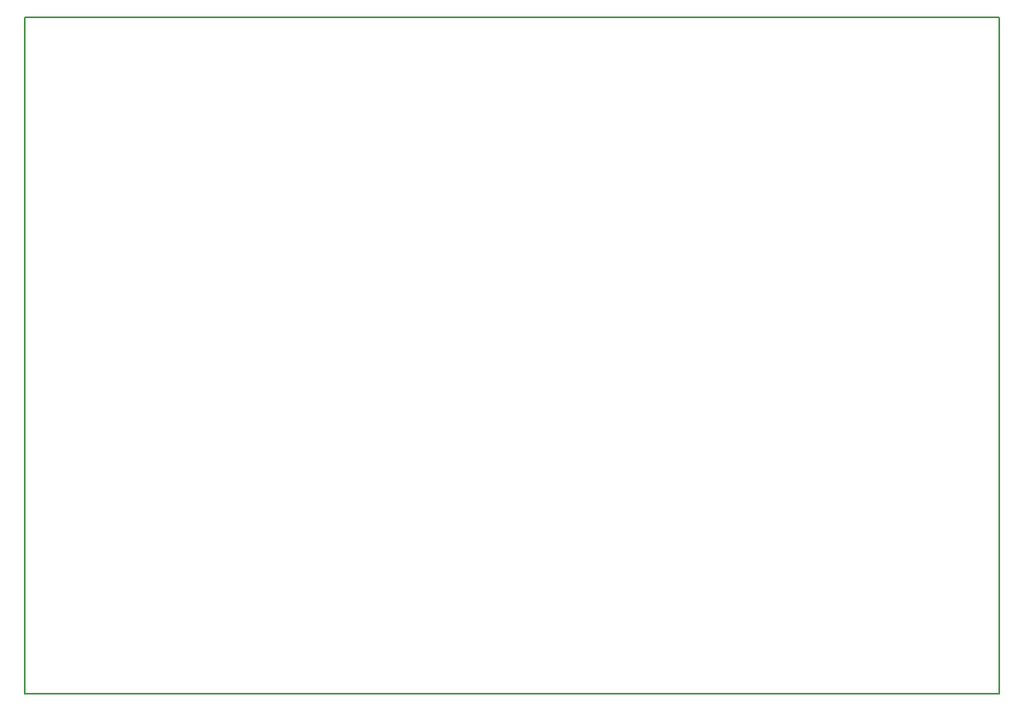
<source format=gbr>
G04 DipTrace 4.3.0.5*
G04 BoardOutline.gbr*
%MOMM*%
G04 #@! TF.FileFunction,Profile*
G04 #@! TF.Part,Single*
%ADD12C,0.14*%
%FSLAX35Y35*%
G04*
G71*
G90*
G75*
G01*
G04 BoardOutline*
%LPD*%
X5000000Y943747D2*
D12*
Y-6000000D1*
X-5000000D1*
Y943747D1*
X5000000D1*
M02*

</source>
